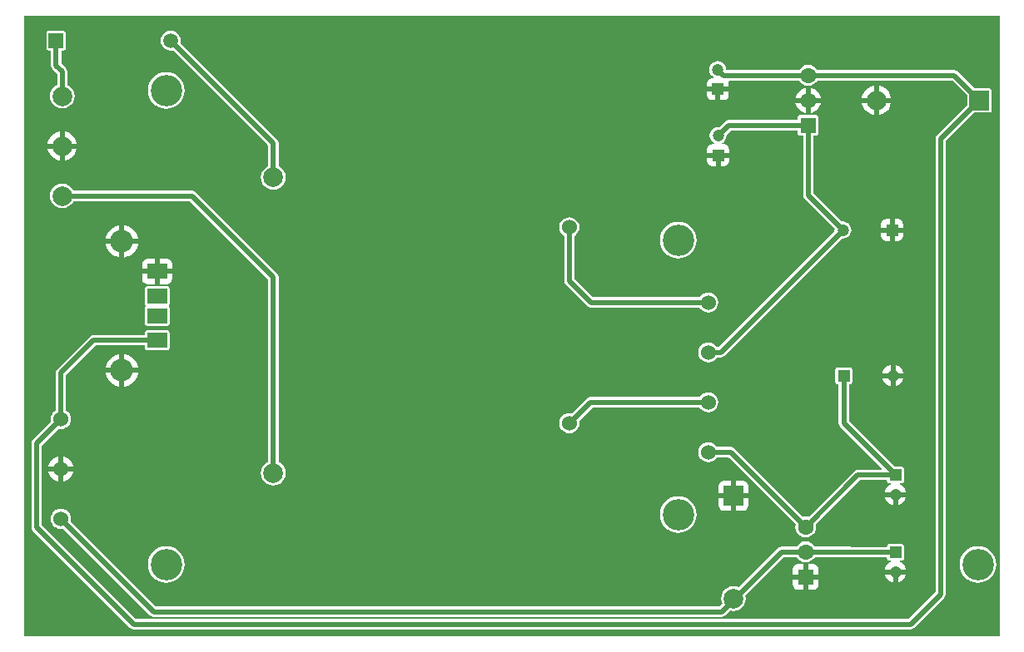
<source format=gbl>
G04 Layer_Physical_Order=2*
G04 Layer_Color=16711680*
%FSLAX25Y25*%
%MOIN*%
G70*
G01*
G75*
%ADD10R,0.07874X0.07874*%
%ADD11C,0.07874*%
%ADD12R,0.07874X0.07874*%
%ADD13C,0.06299*%
%ADD14R,0.06299X0.06299*%
%ADD15C,0.04724*%
%ADD16R,0.04724X0.04724*%
%ADD17R,0.04724X0.04724*%
%ADD18C,0.06000*%
%ADD19C,0.12600*%
%ADD20C,0.09055*%
%ADD21R,0.07874X0.06000*%
%ADD22C,0.05905*%
%ADD23R,0.05905X0.05905*%
%ADD24C,0.02000*%
G36*
X392171Y1529D02*
X1529D01*
Y250439D01*
X392171D01*
Y1529D01*
D02*
G37*
%LPC*%
G36*
X275307Y99468D02*
X274263Y99330D01*
X273290Y98927D01*
X272454Y98286D01*
X271830Y97472D01*
X228130D01*
X227350Y97317D01*
X226688Y96875D01*
X220741Y90928D01*
X219724Y91062D01*
X218680Y90925D01*
X217707Y90522D01*
X216872Y89880D01*
X216231Y89045D01*
X215827Y88072D01*
X215690Y87028D01*
X215827Y85983D01*
X216231Y85010D01*
X216872Y84175D01*
X217707Y83534D01*
X218680Y83130D01*
X219724Y82993D01*
X220769Y83130D01*
X221742Y83534D01*
X222577Y84175D01*
X223218Y85010D01*
X223622Y85983D01*
X223759Y87028D01*
X223625Y88044D01*
X228975Y93394D01*
X271830D01*
X272454Y92580D01*
X273290Y91939D01*
X274263Y91536D01*
X275307Y91399D01*
X276351Y91536D01*
X277324Y91939D01*
X278160Y92580D01*
X278801Y93416D01*
X279204Y94389D01*
X279342Y95433D01*
X279204Y96477D01*
X278801Y97450D01*
X278160Y98286D01*
X277324Y98927D01*
X276351Y99330D01*
X275307Y99468D01*
D02*
G37*
G36*
X17107Y73565D02*
Y69653D01*
X21019D01*
X20978Y69958D01*
X20475Y71175D01*
X19673Y72219D01*
X18629Y73021D01*
X17412Y73524D01*
X17107Y73565D01*
D02*
G37*
G36*
X47051Y107189D02*
X41590D01*
Y101728D01*
X41870Y101756D01*
X43101Y102129D01*
X44235Y102735D01*
X45228Y103551D01*
X46044Y104545D01*
X46650Y105679D01*
X47024Y106909D01*
X47051Y107189D01*
D02*
G37*
G36*
X39590D02*
X34130D01*
X34157Y106909D01*
X34531Y105679D01*
X35137Y104545D01*
X35952Y103551D01*
X36946Y102735D01*
X38080Y102129D01*
X39311Y101756D01*
X39590Y101728D01*
Y107189D01*
D02*
G37*
G36*
X15107Y67653D02*
X11196D01*
X11236Y67348D01*
X11740Y66132D01*
X12541Y65087D01*
X13586Y64286D01*
X14802Y63782D01*
X15107Y63742D01*
Y67653D01*
D02*
G37*
G36*
X16697Y183103D02*
X15408Y182933D01*
X14207Y182436D01*
X13176Y181644D01*
X12385Y180613D01*
X11887Y179412D01*
X11717Y178123D01*
X11887Y176834D01*
X12385Y175633D01*
X13176Y174602D01*
X14207Y173811D01*
X15408Y173313D01*
X16697Y173143D01*
X17986Y173313D01*
X19187Y173811D01*
X20218Y174602D01*
X21010Y175633D01*
X21196Y176084D01*
X67772D01*
X99185Y144671D01*
Y71527D01*
X98735Y71340D01*
X97703Y70549D01*
X96912Y69517D01*
X96415Y68316D01*
X96245Y67027D01*
X96415Y65739D01*
X96912Y64538D01*
X97703Y63506D01*
X98735Y62715D01*
X99936Y62217D01*
X101225Y62048D01*
X102513Y62217D01*
X103714Y62715D01*
X104746Y63506D01*
X105537Y64538D01*
X106034Y65739D01*
X106204Y67027D01*
X106034Y68316D01*
X105537Y69517D01*
X104746Y70549D01*
X103714Y71340D01*
X103264Y71527D01*
Y145516D01*
X103108Y146296D01*
X102666Y146958D01*
X70059Y179565D01*
X69397Y180007D01*
X68617Y180162D01*
X21196D01*
X21010Y180613D01*
X20218Y181644D01*
X19187Y182436D01*
X17986Y182933D01*
X16697Y183103D01*
D02*
G37*
G36*
X15107Y73565D02*
X14802Y73524D01*
X13586Y73021D01*
X12541Y72219D01*
X11740Y71175D01*
X11236Y69958D01*
X11196Y69653D01*
X15107D01*
Y73565D01*
D02*
G37*
G36*
X21019Y67653D02*
X17107D01*
Y63742D01*
X17412Y63782D01*
X18629Y64286D01*
X19673Y65087D01*
X20475Y66132D01*
X20978Y67348D01*
X21019Y67653D01*
D02*
G37*
G36*
X41590Y114650D02*
Y109189D01*
X47051D01*
X47024Y109469D01*
X46650Y110699D01*
X46044Y111833D01*
X45228Y112827D01*
X44235Y113643D01*
X43101Y114249D01*
X41870Y114622D01*
X41590Y114650D01*
D02*
G37*
G36*
X39590D02*
X39311Y114622D01*
X38080Y114249D01*
X36946Y113643D01*
X35952Y112827D01*
X35137Y111833D01*
X34531Y110699D01*
X34157Y109469D01*
X34130Y109189D01*
X39590D01*
Y114650D01*
D02*
G37*
G36*
X58622Y142012D02*
X50748D01*
X50358Y141934D01*
X50027Y141713D01*
X49806Y141382D01*
X49728Y140992D01*
Y134992D01*
X49806Y134602D01*
X49949Y134388D01*
X49996Y134055D01*
X49949Y133722D01*
X49806Y133508D01*
X49728Y133118D01*
Y127118D01*
X49806Y126728D01*
X50027Y126397D01*
X50358Y126176D01*
X50748Y126099D01*
X58622D01*
X59012Y126176D01*
X59343Y126397D01*
X59564Y126728D01*
X59641Y127118D01*
Y133118D01*
X59564Y133508D01*
X59421Y133722D01*
X59374Y134055D01*
X59421Y134388D01*
X59564Y134602D01*
X59641Y134992D01*
Y140992D01*
X59564Y141382D01*
X59343Y141713D01*
X59012Y141934D01*
X58622Y142012D01*
D02*
G37*
G36*
X279187Y232144D02*
X278309Y232029D01*
X277491Y231690D01*
X276789Y231151D01*
X276250Y230449D01*
X275911Y229631D01*
X275796Y228753D01*
X275911Y227875D01*
X276250Y227058D01*
X276789Y226355D01*
X277491Y225816D01*
X277578Y225781D01*
X277478Y225280D01*
X276825D01*
X276045Y225125D01*
X275383Y224683D01*
X274941Y224022D01*
X274786Y223241D01*
Y221879D01*
X279187D01*
Y220879D01*
D01*
Y221879D01*
X283589D01*
Y223241D01*
X283459Y223894D01*
X283740Y224394D01*
X311660D01*
X311682Y224340D01*
X312348Y223474D01*
X313214Y222808D01*
X314224Y222390D01*
X315307Y222248D01*
X316390Y222390D01*
X317400Y222808D01*
X318267Y223474D01*
X318932Y224340D01*
X318954Y224394D01*
X373053D01*
X378941Y218506D01*
Y214360D01*
X366865Y202284D01*
X366423Y201623D01*
X366268Y200842D01*
Y19278D01*
X355462Y8472D01*
X46152D01*
X8346Y46278D01*
Y78008D01*
X15090Y84752D01*
X16107Y84619D01*
X17151Y84756D01*
X18124Y85159D01*
X18960Y85800D01*
X19601Y86636D01*
X20004Y87609D01*
X20142Y88653D01*
X20004Y89697D01*
X19601Y90670D01*
X18960Y91506D01*
X18146Y92130D01*
Y106388D01*
X29994Y118236D01*
X49728D01*
Y117276D01*
X49806Y116885D01*
X50027Y116555D01*
X50358Y116334D01*
X50748Y116256D01*
X58622D01*
X59012Y116334D01*
X59343Y116555D01*
X59564Y116885D01*
X59641Y117276D01*
Y123276D01*
X59564Y123666D01*
X59343Y123997D01*
X59012Y124218D01*
X58622Y124295D01*
X50748D01*
X50358Y124218D01*
X50027Y123997D01*
X49806Y123666D01*
X49728Y123276D01*
Y122315D01*
X29150D01*
X28369Y122160D01*
X27708Y121718D01*
X14665Y108675D01*
X14223Y108013D01*
X14068Y107233D01*
Y92130D01*
X13254Y91506D01*
X12613Y90670D01*
X12210Y89697D01*
X12073Y88653D01*
X12206Y87636D01*
X4865Y80295D01*
X4423Y79633D01*
X4268Y78853D01*
Y45433D01*
X4423Y44653D01*
X4865Y43991D01*
X43865Y4991D01*
X44527Y4549D01*
X45307Y4394D01*
X356307D01*
X357087Y4549D01*
X357749Y4991D01*
X369749Y16991D01*
X370191Y17653D01*
X370346Y18433D01*
Y199998D01*
X381825Y211476D01*
X387835D01*
X388225Y211554D01*
X388556Y211775D01*
X388777Y212106D01*
X388854Y212496D01*
Y220370D01*
X388777Y220760D01*
X388556Y221091D01*
X388225Y221312D01*
X387835Y221390D01*
X381825D01*
X375340Y227875D01*
X374678Y228317D01*
X373898Y228472D01*
X318954D01*
X318932Y228526D01*
X318267Y229393D01*
X317400Y230058D01*
X316390Y230476D01*
X315307Y230619D01*
X314224Y230476D01*
X313214Y230058D01*
X312348Y229393D01*
X311682Y228526D01*
X311660Y228472D01*
X282825D01*
X282578Y228753D01*
X282463Y229631D01*
X282124Y230449D01*
X281585Y231151D01*
X280883Y231690D01*
X280065Y232029D01*
X279187Y232144D01*
D02*
G37*
G36*
X353555Y105083D02*
X350287D01*
Y101815D01*
X350426Y101833D01*
X351487Y102273D01*
X352398Y102972D01*
X353098Y103883D01*
X353537Y104944D01*
X353555Y105083D01*
D02*
G37*
G36*
X348287D02*
X345019D01*
X345037Y104944D01*
X345477Y103883D01*
X346176Y102972D01*
X347087Y102273D01*
X348148Y101833D01*
X348287Y101815D01*
Y105083D01*
D02*
G37*
G36*
X350287Y110351D02*
Y107083D01*
X353555D01*
X353537Y107222D01*
X353098Y108283D01*
X352398Y109194D01*
X351487Y109893D01*
X350426Y110333D01*
X350287Y110351D01*
D02*
G37*
G36*
X348287D02*
X348148Y110333D01*
X347087Y109893D01*
X346176Y109194D01*
X345477Y108283D01*
X345037Y107222D01*
X345019Y107083D01*
X348287D01*
Y110351D01*
D02*
G37*
G36*
X289370Y63850D02*
X286433D01*
Y58874D01*
X291409D01*
Y61811D01*
X291254Y62591D01*
X290812Y63253D01*
X290150Y63695D01*
X289370Y63850D01*
D02*
G37*
G36*
X317457Y30622D02*
X315307D01*
Y26433D01*
X319496D01*
Y28583D01*
X319341Y29363D01*
X318899Y30025D01*
X318237Y30467D01*
X317457Y30622D01*
D02*
G37*
G36*
X313307D02*
X311157D01*
X310377Y30467D01*
X309716Y30025D01*
X309274Y29363D01*
X309118Y28583D01*
Y26433D01*
X313307D01*
Y30622D01*
D02*
G37*
G36*
X58307Y37783D02*
X58258Y37773D01*
X58207Y37778D01*
X56972Y37657D01*
X56876Y37627D01*
X56776Y37618D01*
X55589Y37257D01*
X55500Y37210D01*
X55404Y37181D01*
X54309Y36596D01*
X54232Y36532D01*
X54143Y36485D01*
X53184Y35698D01*
X53120Y35620D01*
X53043Y35556D01*
X52255Y34597D01*
X52208Y34508D01*
X52144Y34431D01*
X51559Y33336D01*
X51530Y33240D01*
X51483Y33152D01*
X51123Y31964D01*
X51113Y31864D01*
X51084Y31768D01*
X50962Y30533D01*
X50972Y30433D01*
X50962Y30333D01*
X51084Y29098D01*
X51113Y29002D01*
X51123Y28902D01*
X51483Y27714D01*
X51530Y27626D01*
X51559Y27530D01*
X52144Y26435D01*
X52208Y26358D01*
X52255Y26269D01*
X53043Y25310D01*
X53120Y25246D01*
X53184Y25169D01*
X54143Y24381D01*
X54232Y24334D01*
X54309Y24270D01*
X55404Y23685D01*
X55500Y23656D01*
X55589Y23609D01*
X56776Y23248D01*
X56876Y23239D01*
X56972Y23210D01*
X58207Y23088D01*
X58258Y23093D01*
X58307Y23083D01*
X58357Y23093D01*
X58407Y23088D01*
X59642Y23210D01*
X59738Y23239D01*
X59838Y23248D01*
X61026Y23609D01*
X61114Y23656D01*
X61210Y23685D01*
X62305Y24270D01*
X62382Y24334D01*
X62471Y24381D01*
X63430Y25169D01*
X63494Y25246D01*
X63572Y25310D01*
X64359Y26269D01*
X64406Y26358D01*
X64470Y26435D01*
X65055Y27530D01*
X65084Y27626D01*
X65131Y27714D01*
X65492Y28902D01*
X65501Y29002D01*
X65531Y29098D01*
X65652Y30333D01*
X65642Y30433D01*
X65652Y30533D01*
X65531Y31768D01*
X65501Y31864D01*
X65492Y31964D01*
X65131Y33152D01*
X65084Y33240D01*
X65055Y33336D01*
X64470Y34431D01*
X64406Y34508D01*
X64359Y34597D01*
X63572Y35556D01*
X63494Y35620D01*
X63430Y35698D01*
X62471Y36485D01*
X62382Y36532D01*
X62305Y36596D01*
X61210Y37181D01*
X61114Y37210D01*
X61026Y37257D01*
X59838Y37618D01*
X59738Y37627D01*
X59642Y37657D01*
X58407Y37778D01*
X58357Y37773D01*
X58307Y37783D01*
D02*
G37*
G36*
X16107Y52688D02*
X15063Y52550D01*
X14090Y52147D01*
X13254Y51506D01*
X12613Y50670D01*
X12210Y49697D01*
X12073Y48653D01*
X12210Y47609D01*
X12613Y46636D01*
X13254Y45800D01*
X14090Y45159D01*
X15063Y44756D01*
X16107Y44618D01*
X17124Y44752D01*
X51885Y9991D01*
X52547Y9549D01*
X53327Y9394D01*
X280688D01*
X281468Y9549D01*
X282130Y9991D01*
X284057Y11919D01*
X284144Y11883D01*
X285433Y11713D01*
X286722Y11883D01*
X287923Y12380D01*
X288954Y13172D01*
X289745Y14203D01*
X290243Y15404D01*
X290413Y16693D01*
X290243Y17982D01*
X290207Y18069D01*
X305532Y33394D01*
X310660D01*
X310682Y33340D01*
X311348Y32473D01*
X312214Y31808D01*
X313224Y31390D01*
X314307Y31248D01*
X315390Y31390D01*
X316400Y31808D01*
X317267Y32473D01*
X317932Y33340D01*
X317954Y33394D01*
X331700D01*
X332333Y33268D01*
X346925D01*
Y32945D01*
X347003Y32555D01*
X347224Y32224D01*
X347555Y32003D01*
X347945Y31925D01*
X348447D01*
X348546Y31425D01*
X348107Y31243D01*
X347196Y30544D01*
X346497Y29633D01*
X346057Y28572D01*
X346039Y28433D01*
X350307D01*
X354575D01*
X354557Y28572D01*
X354117Y29633D01*
X353418Y30544D01*
X352507Y31243D01*
X352068Y31425D01*
X352168Y31925D01*
X352669D01*
X353060Y32003D01*
X353390Y32224D01*
X353611Y32555D01*
X353689Y32945D01*
Y37669D01*
X353611Y38059D01*
X353390Y38390D01*
X353060Y38611D01*
X352669Y38689D01*
X347945D01*
X347555Y38611D01*
X347224Y38390D01*
X347003Y38059D01*
X346925Y37669D01*
Y37346D01*
X332840D01*
X332207Y37472D01*
X317954D01*
X317932Y37526D01*
X317267Y38393D01*
X316400Y39058D01*
X315390Y39476D01*
X314307Y39619D01*
X313224Y39476D01*
X312214Y39058D01*
X311348Y38393D01*
X310682Y37526D01*
X310660Y37472D01*
X304688D01*
X304688Y37472D01*
X303907Y37317D01*
X303246Y36875D01*
X303246Y36875D01*
X287536Y21166D01*
X286722Y21503D01*
X285433Y21673D01*
X284144Y21503D01*
X282943Y21005D01*
X281912Y20214D01*
X281121Y19183D01*
X280623Y17982D01*
X280453Y16693D01*
X280623Y15404D01*
X280960Y14590D01*
X279843Y13472D01*
X54172D01*
X20008Y47636D01*
X20142Y48653D01*
X20004Y49697D01*
X19601Y50670D01*
X18960Y51506D01*
X18124Y52147D01*
X17151Y52550D01*
X16107Y52688D01*
D02*
G37*
G36*
X319496Y24433D02*
X315307D01*
Y20244D01*
X317457D01*
X318237Y20400D01*
X318899Y20842D01*
X319341Y21503D01*
X319496Y22284D01*
Y24433D01*
D02*
G37*
G36*
X313307D02*
X309118D01*
Y22284D01*
X309274Y21503D01*
X309716Y20842D01*
X310377Y20400D01*
X311157Y20244D01*
X313307D01*
Y24433D01*
D02*
G37*
G36*
X354575Y26433D02*
X351307D01*
Y23165D01*
X351446Y23183D01*
X352507Y23623D01*
X353418Y24322D01*
X354117Y25233D01*
X354557Y26294D01*
X354575Y26433D01*
D02*
G37*
G36*
X349307D02*
X346039D01*
X346057Y26294D01*
X346497Y25233D01*
X347196Y24322D01*
X348107Y23623D01*
X349168Y23183D01*
X349307Y23165D01*
Y26433D01*
D02*
G37*
G36*
X354575Y57433D02*
X351307D01*
Y54165D01*
X351446Y54183D01*
X352507Y54623D01*
X353418Y55322D01*
X354117Y56233D01*
X354557Y57294D01*
X354575Y57433D01*
D02*
G37*
G36*
X349307D02*
X346039D01*
X346057Y57294D01*
X346497Y56233D01*
X347196Y55322D01*
X348107Y54623D01*
X349168Y54183D01*
X349307Y54165D01*
Y57433D01*
D02*
G37*
G36*
X284433Y63850D02*
X281496D01*
X280716Y63695D01*
X280054Y63253D01*
X279612Y62591D01*
X279457Y61811D01*
Y58874D01*
X284433D01*
Y63850D01*
D02*
G37*
G36*
X263307Y57783D02*
X263258Y57773D01*
X263207Y57778D01*
X261972Y57657D01*
X261876Y57627D01*
X261776Y57618D01*
X260589Y57257D01*
X260500Y57210D01*
X260404Y57181D01*
X259309Y56596D01*
X259232Y56532D01*
X259143Y56485D01*
X258184Y55698D01*
X258120Y55620D01*
X258043Y55556D01*
X257255Y54597D01*
X257208Y54508D01*
X257144Y54431D01*
X256559Y53336D01*
X256530Y53240D01*
X256483Y53152D01*
X256123Y51964D01*
X256113Y51864D01*
X256084Y51768D01*
X255962Y50533D01*
X255972Y50433D01*
X255962Y50333D01*
X256084Y49098D01*
X256113Y49002D01*
X256123Y48902D01*
X256483Y47714D01*
X256530Y47626D01*
X256559Y47530D01*
X257144Y46435D01*
X257208Y46358D01*
X257255Y46269D01*
X258043Y45310D01*
X258120Y45246D01*
X258184Y45169D01*
X259143Y44381D01*
X259232Y44334D01*
X259309Y44270D01*
X260404Y43685D01*
X260500Y43656D01*
X260589Y43609D01*
X261776Y43249D01*
X261876Y43239D01*
X261972Y43210D01*
X263207Y43088D01*
X263258Y43093D01*
X263307Y43083D01*
X263357Y43093D01*
X263407Y43088D01*
X264642Y43210D01*
X264738Y43239D01*
X264838Y43249D01*
X266026Y43609D01*
X266114Y43656D01*
X266210Y43685D01*
X267305Y44270D01*
X267382Y44334D01*
X267471Y44381D01*
X268430Y45169D01*
X268494Y45246D01*
X268572Y45310D01*
X269359Y46269D01*
X269406Y46358D01*
X269470Y46435D01*
X270055Y47530D01*
X270084Y47626D01*
X270131Y47714D01*
X270492Y48902D01*
X270501Y49002D01*
X270531Y49098D01*
X270652Y50333D01*
X270642Y50433D01*
X270652Y50533D01*
X270531Y51768D01*
X270501Y51864D01*
X270492Y51964D01*
X270131Y53152D01*
X270084Y53240D01*
X270055Y53336D01*
X269470Y54431D01*
X269406Y54508D01*
X269359Y54597D01*
X268572Y55556D01*
X268494Y55620D01*
X268430Y55698D01*
X267471Y56485D01*
X267382Y56532D01*
X267305Y56596D01*
X266210Y57181D01*
X266114Y57210D01*
X266026Y57257D01*
X264838Y57618D01*
X264738Y57627D01*
X264642Y57657D01*
X263407Y57778D01*
X263357Y57773D01*
X263307Y57783D01*
D02*
G37*
G36*
X331964Y109465D02*
X327240D01*
X326850Y109387D01*
X326519Y109166D01*
X326298Y108835D01*
X326220Y108445D01*
Y103721D01*
X326298Y103331D01*
X326519Y103000D01*
X326850Y102779D01*
X327240Y102701D01*
X327563D01*
Y87012D01*
X327718Y86232D01*
X328160Y85570D01*
X344922Y68808D01*
X344731Y68346D01*
X335181D01*
X334401Y68191D01*
X333739Y67749D01*
X315444Y49454D01*
X315390Y49476D01*
X314307Y49619D01*
X313224Y49476D01*
X313170Y49454D01*
X285749Y76875D01*
X285087Y77317D01*
X284307Y77472D01*
X278784D01*
X278160Y78286D01*
X277324Y78927D01*
X276351Y79330D01*
X275307Y79468D01*
X274263Y79330D01*
X273290Y78927D01*
X272454Y78286D01*
X271813Y77450D01*
X271410Y76477D01*
X271273Y75433D01*
X271410Y74389D01*
X271813Y73416D01*
X272454Y72580D01*
X273290Y71939D01*
X274263Y71536D01*
X275307Y71399D01*
X276351Y71536D01*
X277324Y71939D01*
X278160Y72580D01*
X278784Y73394D01*
X283462D01*
X310286Y46570D01*
X310264Y46516D01*
X310122Y45433D01*
X310264Y44350D01*
X310682Y43340D01*
X311348Y42474D01*
X312214Y41808D01*
X313224Y41390D01*
X314307Y41248D01*
X315390Y41390D01*
X316400Y41808D01*
X317267Y42474D01*
X317932Y43340D01*
X318350Y44350D01*
X318493Y45433D01*
X318350Y46516D01*
X318328Y46570D01*
X336026Y64268D01*
X346925D01*
Y63945D01*
X347003Y63555D01*
X347224Y63224D01*
X347555Y63003D01*
X347945Y62925D01*
X348447D01*
X348546Y62425D01*
X348107Y62243D01*
X347196Y61544D01*
X346497Y60633D01*
X346057Y59572D01*
X346039Y59433D01*
X350307D01*
Y58433D01*
D01*
Y59433D01*
X354575D01*
X354557Y59572D01*
X354117Y60633D01*
X353418Y61544D01*
X352507Y62243D01*
X352068Y62425D01*
X352168Y62925D01*
X352669D01*
X353060Y63003D01*
X353390Y63224D01*
X353611Y63555D01*
X353689Y63945D01*
Y68669D01*
X353611Y69059D01*
X353390Y69390D01*
X353060Y69611D01*
X352669Y69689D01*
X349809D01*
X331641Y87857D01*
Y102701D01*
X331964D01*
X332354Y102779D01*
X332685Y103000D01*
X332906Y103331D01*
X332984Y103721D01*
Y108445D01*
X332906Y108835D01*
X332685Y109166D01*
X332354Y109387D01*
X331964Y109465D01*
D02*
G37*
G36*
X383307Y37783D02*
X383258Y37773D01*
X383207Y37778D01*
X381972Y37657D01*
X381876Y37627D01*
X381776Y37618D01*
X380589Y37257D01*
X380500Y37210D01*
X380404Y37181D01*
X379309Y36596D01*
X379232Y36532D01*
X379143Y36485D01*
X378184Y35698D01*
X378120Y35620D01*
X378043Y35556D01*
X377255Y34597D01*
X377208Y34508D01*
X377144Y34431D01*
X376559Y33336D01*
X376530Y33240D01*
X376483Y33152D01*
X376123Y31964D01*
X376113Y31864D01*
X376084Y31768D01*
X375962Y30533D01*
X375972Y30433D01*
X375962Y30333D01*
X376084Y29098D01*
X376113Y29002D01*
X376123Y28902D01*
X376483Y27714D01*
X376530Y27626D01*
X376559Y27530D01*
X377144Y26435D01*
X377208Y26358D01*
X377255Y26269D01*
X378043Y25310D01*
X378120Y25246D01*
X378184Y25169D01*
X379143Y24381D01*
X379232Y24334D01*
X379309Y24270D01*
X380404Y23685D01*
X380500Y23656D01*
X380589Y23609D01*
X381776Y23248D01*
X381876Y23239D01*
X381972Y23210D01*
X383207Y23088D01*
X383258Y23093D01*
X383307Y23083D01*
X383357Y23093D01*
X383407Y23088D01*
X384642Y23210D01*
X384738Y23239D01*
X384838Y23248D01*
X386026Y23609D01*
X386114Y23656D01*
X386210Y23685D01*
X387305Y24270D01*
X387382Y24334D01*
X387471Y24381D01*
X388430Y25169D01*
X388494Y25246D01*
X388572Y25310D01*
X389359Y26269D01*
X389406Y26358D01*
X389470Y26435D01*
X390055Y27530D01*
X390084Y27626D01*
X390131Y27714D01*
X390492Y28902D01*
X390501Y29002D01*
X390531Y29098D01*
X390652Y30333D01*
X390642Y30433D01*
X390652Y30533D01*
X390531Y31768D01*
X390501Y31864D01*
X390492Y31964D01*
X390131Y33152D01*
X390084Y33240D01*
X390055Y33336D01*
X389470Y34431D01*
X389406Y34508D01*
X389359Y34597D01*
X388572Y35556D01*
X388494Y35620D01*
X388430Y35698D01*
X387471Y36485D01*
X387382Y36532D01*
X387305Y36596D01*
X386210Y37181D01*
X386114Y37210D01*
X386026Y37257D01*
X384838Y37618D01*
X384738Y37627D01*
X384642Y37657D01*
X383407Y37778D01*
X383357Y37773D01*
X383307Y37783D01*
D02*
G37*
G36*
X291409Y56874D02*
X286433D01*
Y51898D01*
X289370D01*
X290150Y52053D01*
X290812Y52495D01*
X291254Y53157D01*
X291409Y53937D01*
Y56874D01*
D02*
G37*
G36*
X284433D02*
X279457D01*
Y53937D01*
X279612Y53157D01*
X280054Y52495D01*
X280716Y52053D01*
X281496Y51898D01*
X284433D01*
Y56874D01*
D02*
G37*
G36*
X341717Y215433D02*
X336849D01*
X336865Y215269D01*
X337205Y214150D01*
X337756Y213119D01*
X338498Y212215D01*
X339402Y211473D01*
X340434Y210921D01*
X341553Y210582D01*
X341717Y210566D01*
Y215433D01*
D02*
G37*
G36*
X318457Y210602D02*
X312158D01*
X311767Y210525D01*
X311437Y210304D01*
X311215Y209973D01*
X311138Y209583D01*
Y208472D01*
X283433D01*
X283433Y208472D01*
X282653Y208317D01*
X281991Y207875D01*
X281991Y207875D01*
X279755Y205639D01*
X279307Y205698D01*
X278429Y205583D01*
X277611Y205244D01*
X276909Y204705D01*
X276370Y204003D01*
X276031Y203185D01*
X275916Y202307D01*
X276031Y201429D01*
X276370Y200611D01*
X276909Y199909D01*
X277611Y199370D01*
X277698Y199334D01*
X277598Y198834D01*
X276945D01*
X276165Y198679D01*
X275503Y198237D01*
X275061Y197576D01*
X274906Y196795D01*
Y195433D01*
X279307D01*
X283709D01*
Y196795D01*
X283553Y197576D01*
X283111Y198237D01*
X282450Y198679D01*
X281669Y198834D01*
X281016D01*
X280916Y199334D01*
X281003Y199370D01*
X281705Y199909D01*
X282244Y200611D01*
X282583Y201429D01*
X282698Y202307D01*
X282639Y202755D01*
X284278Y204394D01*
X311138D01*
Y203284D01*
X311215Y202893D01*
X311437Y202562D01*
X311767Y202342D01*
X312158Y202264D01*
X313268D01*
Y178433D01*
X313423Y177653D01*
X313865Y176991D01*
X325975Y164881D01*
X325916Y164433D01*
X325975Y163985D01*
X279462Y117472D01*
X278784D01*
X278160Y118286D01*
X277324Y118927D01*
X276351Y119330D01*
X275307Y119468D01*
X274263Y119330D01*
X273290Y118927D01*
X272454Y118286D01*
X271813Y117450D01*
X271410Y116477D01*
X271273Y115433D01*
X271410Y114389D01*
X271813Y113416D01*
X272454Y112580D01*
X273290Y111939D01*
X274263Y111536D01*
X275307Y111399D01*
X276351Y111536D01*
X277324Y111939D01*
X278160Y112580D01*
X278784Y113394D01*
X280307D01*
X281087Y113549D01*
X281749Y113991D01*
X328859Y161101D01*
X329307Y161042D01*
X330185Y161157D01*
X331003Y161496D01*
X331705Y162035D01*
X332244Y162738D01*
X332583Y163555D01*
X332698Y164433D01*
X332583Y165311D01*
X332244Y166129D01*
X331705Y166831D01*
X331003Y167370D01*
X330185Y167709D01*
X329307Y167824D01*
X328859Y167765D01*
X317346Y179278D01*
Y202264D01*
X318457D01*
X318847Y202342D01*
X319178Y202562D01*
X319399Y202893D01*
X319476Y203284D01*
Y209583D01*
X319399Y209973D01*
X319178Y210304D01*
X318847Y210525D01*
X318457Y210602D01*
D02*
G37*
G36*
X314307Y215433D02*
X310245D01*
X310290Y215089D01*
X310809Y213836D01*
X311634Y212760D01*
X312710Y211935D01*
X313963Y211416D01*
X314307Y211371D01*
Y215433D01*
D02*
G37*
G36*
X348584D02*
X343717D01*
Y210566D01*
X343880Y210582D01*
X345000Y210921D01*
X346031Y211473D01*
X346935Y212215D01*
X347677Y213119D01*
X348228Y214150D01*
X348568Y215269D01*
X348584Y215433D01*
D02*
G37*
G36*
X22564Y197123D02*
X17697D01*
Y192256D01*
X17861Y192272D01*
X18980Y192611D01*
X20011Y193163D01*
X20915Y193905D01*
X21657Y194809D01*
X22209Y195840D01*
X22548Y196959D01*
X22564Y197123D01*
D02*
G37*
G36*
X15697D02*
X10830D01*
X10846Y196959D01*
X11186Y195840D01*
X11737Y194809D01*
X12479Y193905D01*
X13383Y193163D01*
X14414Y192611D01*
X15533Y192272D01*
X15697Y192256D01*
Y197123D01*
D02*
G37*
G36*
X17697Y203990D02*
Y199123D01*
X22564D01*
X22548Y199287D01*
X22209Y200406D01*
X21657Y201437D01*
X20915Y202342D01*
X20011Y203083D01*
X18980Y203635D01*
X17861Y203974D01*
X17697Y203990D01*
D02*
G37*
G36*
X15697D02*
X15533Y203974D01*
X14414Y203635D01*
X13383Y203083D01*
X12479Y202342D01*
X11737Y201437D01*
X11186Y200406D01*
X10846Y199287D01*
X10830Y199123D01*
X15697D01*
Y203990D01*
D02*
G37*
G36*
X320370Y215433D02*
X316307D01*
Y211371D01*
X316651Y211416D01*
X317904Y211935D01*
X318980Y212760D01*
X319805Y213836D01*
X320324Y215089D01*
X320370Y215433D01*
D02*
G37*
G36*
X343717Y222300D02*
Y217433D01*
X348584D01*
X348568Y217597D01*
X348228Y218716D01*
X347677Y219747D01*
X346935Y220652D01*
X346031Y221393D01*
X345000Y221945D01*
X343880Y222284D01*
X343717Y222300D01*
D02*
G37*
G36*
X341717D02*
X341553Y222284D01*
X340434Y221945D01*
X339402Y221393D01*
X338498Y220652D01*
X337756Y219747D01*
X337205Y218716D01*
X336865Y217597D01*
X336849Y217433D01*
X341717D01*
Y222300D01*
D02*
G37*
G36*
X58307Y227783D02*
X58258Y227773D01*
X58207Y227778D01*
X56972Y227657D01*
X56876Y227627D01*
X56776Y227618D01*
X55589Y227257D01*
X55500Y227210D01*
X55404Y227181D01*
X54309Y226596D01*
X54232Y226532D01*
X54143Y226485D01*
X53184Y225698D01*
X53120Y225620D01*
X53043Y225556D01*
X52255Y224597D01*
X52208Y224508D01*
X52144Y224431D01*
X51559Y223336D01*
X51530Y223240D01*
X51483Y223152D01*
X51123Y221964D01*
X51113Y221864D01*
X51084Y221768D01*
X50962Y220533D01*
X50972Y220433D01*
X50962Y220333D01*
X51084Y219098D01*
X51113Y219002D01*
X51123Y218902D01*
X51483Y217715D01*
X51530Y217626D01*
X51559Y217530D01*
X52144Y216435D01*
X52208Y216358D01*
X52255Y216269D01*
X53043Y215310D01*
X53120Y215246D01*
X53184Y215169D01*
X54143Y214381D01*
X54232Y214334D01*
X54309Y214270D01*
X55404Y213685D01*
X55500Y213656D01*
X55589Y213609D01*
X56776Y213248D01*
X56876Y213239D01*
X56972Y213210D01*
X58207Y213088D01*
X58258Y213093D01*
X58307Y213083D01*
X58357Y213093D01*
X58407Y213088D01*
X59642Y213210D01*
X59738Y213239D01*
X59838Y213248D01*
X61026Y213609D01*
X61114Y213656D01*
X61210Y213685D01*
X62305Y214270D01*
X62382Y214334D01*
X62471Y214381D01*
X63430Y215169D01*
X63494Y215246D01*
X63572Y215310D01*
X64359Y216269D01*
X64406Y216358D01*
X64470Y216435D01*
X65055Y217530D01*
X65084Y217626D01*
X65131Y217715D01*
X65492Y218902D01*
X65501Y219002D01*
X65531Y219098D01*
X65652Y220333D01*
X65642Y220433D01*
X65652Y220533D01*
X65531Y221768D01*
X65501Y221864D01*
X65492Y221964D01*
X65131Y223152D01*
X65084Y223240D01*
X65055Y223336D01*
X64470Y224431D01*
X64406Y224508D01*
X64359Y224597D01*
X63572Y225556D01*
X63494Y225620D01*
X63430Y225698D01*
X62471Y226485D01*
X62382Y226532D01*
X62305Y226596D01*
X61210Y227181D01*
X61114Y227210D01*
X61026Y227257D01*
X59838Y227618D01*
X59738Y227627D01*
X59642Y227657D01*
X58407Y227778D01*
X58357Y227773D01*
X58307Y227783D01*
D02*
G37*
G36*
X316307Y221496D02*
Y217433D01*
X320370D01*
X320324Y217777D01*
X319805Y219030D01*
X318980Y220106D01*
X317904Y220931D01*
X316651Y221450D01*
X316307Y221496D01*
D02*
G37*
G36*
X278187Y219879D02*
X274786D01*
Y218517D01*
X274941Y217737D01*
X275383Y217075D01*
X276045Y216633D01*
X276825Y216478D01*
X278187D01*
Y219879D01*
D02*
G37*
G36*
X17187Y244375D02*
X11281D01*
X10891Y244298D01*
X10560Y244077D01*
X10339Y243746D01*
X10261Y243356D01*
Y237450D01*
X10339Y237060D01*
X10560Y236729D01*
X10891Y236508D01*
X11281Y236431D01*
X12195D01*
Y230436D01*
X12350Y229656D01*
X12792Y228994D01*
X14658Y227128D01*
Y222622D01*
X14207Y222435D01*
X13176Y221644D01*
X12385Y220613D01*
X11887Y219412D01*
X11717Y218123D01*
X11887Y216834D01*
X12385Y215633D01*
X13176Y214602D01*
X14207Y213811D01*
X15408Y213313D01*
X16697Y213143D01*
X17986Y213313D01*
X19187Y213811D01*
X20218Y214602D01*
X21010Y215633D01*
X21507Y216834D01*
X21677Y218123D01*
X21507Y219412D01*
X21010Y220613D01*
X20218Y221644D01*
X19187Y222435D01*
X18736Y222622D01*
Y227973D01*
X18581Y228753D01*
X18139Y229415D01*
X16273Y231281D01*
Y236431D01*
X17187D01*
X17577Y236508D01*
X17908Y236729D01*
X18129Y237060D01*
X18206Y237450D01*
Y243356D01*
X18129Y243746D01*
X17908Y244077D01*
X17577Y244298D01*
X17187Y244375D01*
D02*
G37*
G36*
X314307Y221496D02*
X313963Y221450D01*
X312710Y220931D01*
X311634Y220106D01*
X310809Y219030D01*
X310290Y217777D01*
X310245Y217433D01*
X314307D01*
Y221496D01*
D02*
G37*
G36*
X283589Y219879D02*
X280187D01*
Y216478D01*
X281549D01*
X282330Y216633D01*
X282991Y217075D01*
X283433Y217737D01*
X283589Y218517D01*
Y219879D01*
D02*
G37*
G36*
X39590Y158921D02*
X34130D01*
X34157Y158642D01*
X34531Y157411D01*
X35137Y156277D01*
X35952Y155283D01*
X36946Y154467D01*
X38080Y153861D01*
X39311Y153488D01*
X39590Y153461D01*
Y158921D01*
D02*
G37*
G36*
X58622Y152874D02*
X55685D01*
Y148835D01*
X60661D01*
Y150835D01*
X60506Y151615D01*
X60064Y152277D01*
X59402Y152719D01*
X58622Y152874D01*
D02*
G37*
G36*
X347992Y163433D02*
X344591D01*
Y162071D01*
X344746Y161291D01*
X345188Y160629D01*
X345849Y160187D01*
X346630Y160032D01*
X347992D01*
Y163433D01*
D02*
G37*
G36*
X47051Y158921D02*
X41590D01*
Y153461D01*
X41870Y153488D01*
X43101Y153861D01*
X44235Y154467D01*
X45228Y155283D01*
X46044Y156277D01*
X46650Y157411D01*
X47024Y158642D01*
X47051Y158921D01*
D02*
G37*
G36*
X53685Y146835D02*
X48709D01*
Y144835D01*
X48864Y144054D01*
X49306Y143393D01*
X49968Y142951D01*
X50748Y142796D01*
X53685D01*
Y146835D01*
D02*
G37*
G36*
X219724Y169562D02*
X218680Y169424D01*
X217707Y169021D01*
X216872Y168380D01*
X216231Y167545D01*
X215827Y166572D01*
X215690Y165527D01*
X215827Y164483D01*
X216231Y163510D01*
X216872Y162675D01*
X217685Y162050D01*
Y144016D01*
X217841Y143235D01*
X218283Y142574D01*
X226865Y133991D01*
X227527Y133549D01*
X228307Y133394D01*
X271830D01*
X272454Y132580D01*
X273290Y131939D01*
X274263Y131536D01*
X275307Y131399D01*
X276351Y131536D01*
X277324Y131939D01*
X278160Y132580D01*
X278801Y133416D01*
X279204Y134389D01*
X279342Y135433D01*
X279204Y136477D01*
X278801Y137450D01*
X278160Y138286D01*
X277324Y138927D01*
X276351Y139330D01*
X275307Y139468D01*
X274263Y139330D01*
X273290Y138927D01*
X272454Y138286D01*
X271830Y137472D01*
X229152D01*
X221764Y144860D01*
Y162050D01*
X222577Y162675D01*
X223218Y163510D01*
X223622Y164483D01*
X223759Y165527D01*
X223622Y166572D01*
X223218Y167545D01*
X222577Y168380D01*
X221742Y169021D01*
X220769Y169424D01*
X219724Y169562D01*
D02*
G37*
G36*
X53685Y152874D02*
X50748D01*
X49968Y152719D01*
X49306Y152277D01*
X48864Y151615D01*
X48709Y150835D01*
Y148835D01*
X53685D01*
Y152874D01*
D02*
G37*
G36*
X60661Y146835D02*
X55685D01*
Y142796D01*
X58622D01*
X59402Y142951D01*
X60064Y143393D01*
X60506Y144054D01*
X60661Y144835D01*
Y146835D01*
D02*
G37*
G36*
X353394Y163433D02*
X349992D01*
Y160032D01*
X351354D01*
X352135Y160187D01*
X352796Y160629D01*
X353238Y161291D01*
X353394Y162071D01*
Y163433D01*
D02*
G37*
G36*
X60100Y244390D02*
X59068Y244254D01*
X58107Y243856D01*
X57281Y243222D01*
X56647Y242396D01*
X56249Y241435D01*
X56113Y240403D01*
X56249Y239371D01*
X56647Y238410D01*
X57281Y237584D01*
X58107Y236950D01*
X59068Y236552D01*
X60100Y236416D01*
X61075Y236544D01*
X99185Y198434D01*
Y190027D01*
X98735Y189840D01*
X97703Y189049D01*
X96912Y188017D01*
X96415Y186816D01*
X96245Y185528D01*
X96415Y184239D01*
X96912Y183038D01*
X97703Y182006D01*
X98735Y181215D01*
X99936Y180718D01*
X101225Y180548D01*
X102513Y180718D01*
X103714Y181215D01*
X104746Y182006D01*
X105537Y183038D01*
X106034Y184239D01*
X106204Y185528D01*
X106034Y186816D01*
X105537Y188017D01*
X104746Y189049D01*
X103714Y189840D01*
X103264Y190027D01*
Y199279D01*
X103108Y200059D01*
X102666Y200721D01*
X63959Y239428D01*
X64087Y240403D01*
X63951Y241435D01*
X63553Y242396D01*
X62919Y243222D01*
X62094Y243856D01*
X61132Y244254D01*
X60100Y244390D01*
D02*
G37*
G36*
X263307Y167783D02*
X263258Y167773D01*
X263207Y167778D01*
X261972Y167657D01*
X261876Y167627D01*
X261776Y167618D01*
X260589Y167257D01*
X260500Y167210D01*
X260404Y167181D01*
X259309Y166596D01*
X259232Y166532D01*
X259143Y166485D01*
X258184Y165698D01*
X258120Y165620D01*
X258043Y165556D01*
X257255Y164597D01*
X257208Y164508D01*
X257144Y164431D01*
X256559Y163336D01*
X256530Y163240D01*
X256483Y163152D01*
X256123Y161964D01*
X256113Y161864D01*
X256084Y161768D01*
X255962Y160533D01*
X255972Y160433D01*
X255962Y160333D01*
X256084Y159098D01*
X256113Y159002D01*
X256123Y158902D01*
X256483Y157714D01*
X256530Y157626D01*
X256559Y157530D01*
X257144Y156435D01*
X257208Y156358D01*
X257255Y156269D01*
X258043Y155310D01*
X258120Y155246D01*
X258184Y155169D01*
X259143Y154381D01*
X259232Y154334D01*
X259309Y154270D01*
X260404Y153685D01*
X260500Y153656D01*
X260589Y153609D01*
X261776Y153249D01*
X261876Y153239D01*
X261972Y153209D01*
X263207Y153088D01*
X263258Y153093D01*
X263307Y153083D01*
X263357Y153093D01*
X263407Y153088D01*
X264642Y153209D01*
X264738Y153239D01*
X264838Y153249D01*
X266026Y153609D01*
X266114Y153656D01*
X266210Y153685D01*
X267305Y154270D01*
X267382Y154334D01*
X267471Y154381D01*
X268430Y155169D01*
X268494Y155246D01*
X268572Y155310D01*
X269359Y156269D01*
X269406Y156358D01*
X269470Y156435D01*
X270055Y157530D01*
X270084Y157626D01*
X270131Y157714D01*
X270492Y158902D01*
X270501Y159002D01*
X270531Y159098D01*
X270652Y160333D01*
X270642Y160433D01*
X270652Y160533D01*
X270531Y161768D01*
X270501Y161864D01*
X270492Y161964D01*
X270131Y163152D01*
X270084Y163240D01*
X270055Y163336D01*
X269470Y164431D01*
X269406Y164508D01*
X269359Y164597D01*
X268572Y165556D01*
X268494Y165620D01*
X268430Y165698D01*
X267471Y166485D01*
X267382Y166532D01*
X267305Y166596D01*
X266210Y167181D01*
X266114Y167210D01*
X266026Y167257D01*
X264838Y167618D01*
X264738Y167627D01*
X264642Y167657D01*
X263407Y167778D01*
X263357Y167773D01*
X263307Y167783D01*
D02*
G37*
G36*
X283709Y193433D02*
X280307D01*
Y190032D01*
X281669D01*
X282450Y190187D01*
X283111Y190629D01*
X283553Y191290D01*
X283709Y192071D01*
Y193433D01*
D02*
G37*
G36*
X278307D02*
X274906D01*
Y192071D01*
X275061Y191290D01*
X275503Y190629D01*
X276165Y190187D01*
X276945Y190032D01*
X278307D01*
Y193433D01*
D02*
G37*
G36*
X41590Y166382D02*
Y160921D01*
X47051D01*
X47024Y161201D01*
X46650Y162431D01*
X46044Y163565D01*
X45228Y164559D01*
X44235Y165375D01*
X43101Y165981D01*
X41870Y166354D01*
X41590Y166382D01*
D02*
G37*
G36*
X39590D02*
X39311Y166354D01*
X38080Y165981D01*
X36946Y165375D01*
X35952Y164559D01*
X35137Y163565D01*
X34531Y162431D01*
X34157Y161201D01*
X34130Y160921D01*
X39590D01*
Y166382D01*
D02*
G37*
G36*
X351354Y168834D02*
X349992D01*
Y165433D01*
X353394D01*
Y166795D01*
X353238Y167576D01*
X352796Y168237D01*
X352135Y168679D01*
X351354Y168834D01*
D02*
G37*
G36*
X347992D02*
X346630D01*
X345849Y168679D01*
X345188Y168237D01*
X344746Y167576D01*
X344591Y166795D01*
Y165433D01*
X347992D01*
Y168834D01*
D02*
G37*
%LPD*%
D10*
X285433Y57874D02*
D03*
D11*
Y16693D02*
D03*
X342717Y216433D02*
D03*
X101225Y185528D02*
D03*
Y67027D02*
D03*
X16697Y218123D02*
D03*
Y198123D02*
D03*
Y178123D02*
D03*
D12*
X383898Y216433D02*
D03*
D13*
X314307Y45433D02*
D03*
Y35433D02*
D03*
X315307Y226433D02*
D03*
Y216433D02*
D03*
D14*
X314307Y25433D02*
D03*
X315307Y206433D02*
D03*
D15*
X329307Y164433D02*
D03*
X279187Y228753D02*
D03*
X350307Y27433D02*
D03*
Y58433D02*
D03*
X279307Y202307D02*
D03*
X349287Y106083D02*
D03*
D16*
X348992Y164433D02*
D03*
X329602Y106083D02*
D03*
D17*
X279187Y220879D02*
D03*
X350307Y35307D02*
D03*
Y66307D02*
D03*
X279307Y194433D02*
D03*
D18*
X275307Y75433D02*
D03*
Y95433D02*
D03*
Y115433D02*
D03*
Y135433D02*
D03*
X219724Y87028D02*
D03*
Y165527D02*
D03*
X16107Y48653D02*
D03*
Y68653D02*
D03*
Y88653D02*
D03*
D19*
X383307Y30433D02*
D03*
X263307Y50433D02*
D03*
Y160433D02*
D03*
X58307Y30433D02*
D03*
Y220433D02*
D03*
D20*
X40591Y108189D02*
D03*
Y159921D02*
D03*
D21*
X54685Y120276D02*
D03*
Y130118D02*
D03*
Y137992D02*
D03*
Y147835D02*
D03*
D22*
X60100Y240403D02*
D03*
D23*
X14234D02*
D03*
D24*
X373898Y226433D02*
X383898Y216433D01*
X315307Y226433D02*
X373898D01*
X45307Y6433D02*
X356307D01*
X6307Y45433D02*
X45307Y6433D01*
X6307Y45433D02*
Y78853D01*
X228307Y135433D02*
X275307D01*
X219724Y144016D02*
X228307Y135433D01*
X219724Y144016D02*
Y165527D01*
X6307Y78853D02*
X16107Y88653D01*
X356307Y6433D02*
X368307Y18433D01*
Y200842D01*
X383898Y216433D01*
X281507Y226433D02*
X315307D01*
X279187Y228753D02*
X281507Y226433D01*
X275307Y115433D02*
X280307D01*
X329307Y164433D01*
X283433Y206433D02*
X315307D01*
X279307Y202307D02*
X283433Y206433D01*
X53327Y11433D02*
X280688D01*
X16107Y48653D02*
X53327Y11433D01*
X275307Y75433D02*
X284307D01*
X314307Y45433D01*
X335181Y66307D01*
X350307D01*
X228130Y95433D02*
X275307D01*
X219724Y87028D02*
X228130Y95433D01*
X101225Y67027D02*
Y145516D01*
X68617Y178123D02*
X101225Y145516D01*
X16697Y178123D02*
X68617D01*
X304688Y35433D02*
X314307D01*
X280688Y11433D02*
X304688Y35433D01*
X329602Y87012D02*
X350307Y66307D01*
X329602Y87012D02*
Y106083D01*
X315307Y178433D02*
X329307Y164433D01*
X315307Y178433D02*
Y206433D01*
X101225Y185528D02*
Y199279D01*
X60100Y240403D02*
X101225Y199279D01*
X14234Y230436D02*
Y240403D01*
Y230436D02*
X16697Y227973D01*
Y218123D02*
Y227973D01*
X332333Y35307D02*
X350307D01*
X332207Y35433D02*
X332333Y35307D01*
X314307Y35433D02*
X332207D01*
X16107Y88653D02*
Y107233D01*
X29150Y120276D01*
X54685D01*
M02*

</source>
